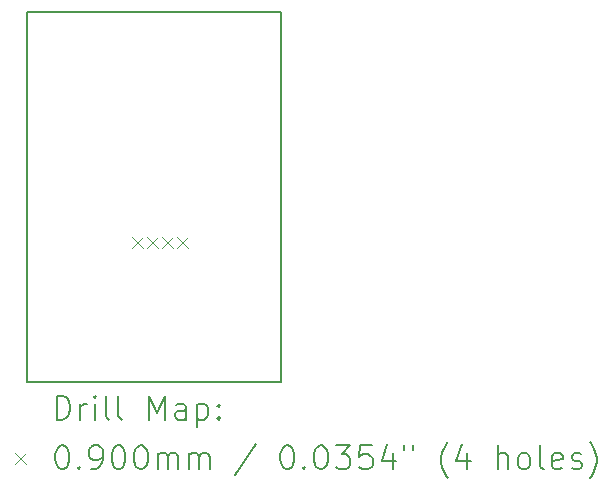
<source format=gbr>
%TF.GenerationSoftware,KiCad,Pcbnew,8.0.6*%
%TF.CreationDate,2025-02-12T13:55:54-05:00*%
%TF.ProjectId,module led,6d6f6475-6c65-4206-9c65-642e6b696361,rev?*%
%TF.SameCoordinates,Original*%
%TF.FileFunction,Drillmap*%
%TF.FilePolarity,Positive*%
%FSLAX45Y45*%
G04 Gerber Fmt 4.5, Leading zero omitted, Abs format (unit mm)*
G04 Created by KiCad (PCBNEW 8.0.6) date 2025-02-12 13:55:54*
%MOMM*%
%LPD*%
G01*
G04 APERTURE LIST*
%ADD10C,0.200000*%
%ADD11C,0.100000*%
G04 APERTURE END LIST*
D10*
X8900000Y-8050000D02*
X11050000Y-8050000D01*
X11050000Y-11175000D01*
X8900000Y-11175000D01*
X8900000Y-8050000D01*
D11*
X9788855Y-9950495D02*
X9878855Y-10040495D01*
X9878855Y-9950495D02*
X9788855Y-10040495D01*
X9915855Y-9950495D02*
X10005855Y-10040495D01*
X10005855Y-9950495D02*
X9915855Y-10040495D01*
X10042855Y-9950495D02*
X10132855Y-10040495D01*
X10132855Y-9950495D02*
X10042855Y-10040495D01*
X10169855Y-9950495D02*
X10259855Y-10040495D01*
X10259855Y-9950495D02*
X10169855Y-10040495D01*
D10*
X9150777Y-11496484D02*
X9150777Y-11296484D01*
X9150777Y-11296484D02*
X9198396Y-11296484D01*
X9198396Y-11296484D02*
X9226967Y-11306008D01*
X9226967Y-11306008D02*
X9246015Y-11325055D01*
X9246015Y-11325055D02*
X9255539Y-11344103D01*
X9255539Y-11344103D02*
X9265063Y-11382198D01*
X9265063Y-11382198D02*
X9265063Y-11410769D01*
X9265063Y-11410769D02*
X9255539Y-11448865D01*
X9255539Y-11448865D02*
X9246015Y-11467912D01*
X9246015Y-11467912D02*
X9226967Y-11486960D01*
X9226967Y-11486960D02*
X9198396Y-11496484D01*
X9198396Y-11496484D02*
X9150777Y-11496484D01*
X9350777Y-11496484D02*
X9350777Y-11363150D01*
X9350777Y-11401246D02*
X9360301Y-11382198D01*
X9360301Y-11382198D02*
X9369824Y-11372674D01*
X9369824Y-11372674D02*
X9388872Y-11363150D01*
X9388872Y-11363150D02*
X9407920Y-11363150D01*
X9474586Y-11496484D02*
X9474586Y-11363150D01*
X9474586Y-11296484D02*
X9465063Y-11306008D01*
X9465063Y-11306008D02*
X9474586Y-11315531D01*
X9474586Y-11315531D02*
X9484110Y-11306008D01*
X9484110Y-11306008D02*
X9474586Y-11296484D01*
X9474586Y-11296484D02*
X9474586Y-11315531D01*
X9598396Y-11496484D02*
X9579348Y-11486960D01*
X9579348Y-11486960D02*
X9569824Y-11467912D01*
X9569824Y-11467912D02*
X9569824Y-11296484D01*
X9703158Y-11496484D02*
X9684110Y-11486960D01*
X9684110Y-11486960D02*
X9674586Y-11467912D01*
X9674586Y-11467912D02*
X9674586Y-11296484D01*
X9931729Y-11496484D02*
X9931729Y-11296484D01*
X9931729Y-11296484D02*
X9998396Y-11439341D01*
X9998396Y-11439341D02*
X10065063Y-11296484D01*
X10065063Y-11296484D02*
X10065063Y-11496484D01*
X10246015Y-11496484D02*
X10246015Y-11391722D01*
X10246015Y-11391722D02*
X10236491Y-11372674D01*
X10236491Y-11372674D02*
X10217444Y-11363150D01*
X10217444Y-11363150D02*
X10179348Y-11363150D01*
X10179348Y-11363150D02*
X10160301Y-11372674D01*
X10246015Y-11486960D02*
X10226967Y-11496484D01*
X10226967Y-11496484D02*
X10179348Y-11496484D01*
X10179348Y-11496484D02*
X10160301Y-11486960D01*
X10160301Y-11486960D02*
X10150777Y-11467912D01*
X10150777Y-11467912D02*
X10150777Y-11448865D01*
X10150777Y-11448865D02*
X10160301Y-11429817D01*
X10160301Y-11429817D02*
X10179348Y-11420293D01*
X10179348Y-11420293D02*
X10226967Y-11420293D01*
X10226967Y-11420293D02*
X10246015Y-11410769D01*
X10341253Y-11363150D02*
X10341253Y-11563150D01*
X10341253Y-11372674D02*
X10360301Y-11363150D01*
X10360301Y-11363150D02*
X10398396Y-11363150D01*
X10398396Y-11363150D02*
X10417444Y-11372674D01*
X10417444Y-11372674D02*
X10426967Y-11382198D01*
X10426967Y-11382198D02*
X10436491Y-11401246D01*
X10436491Y-11401246D02*
X10436491Y-11458388D01*
X10436491Y-11458388D02*
X10426967Y-11477436D01*
X10426967Y-11477436D02*
X10417444Y-11486960D01*
X10417444Y-11486960D02*
X10398396Y-11496484D01*
X10398396Y-11496484D02*
X10360301Y-11496484D01*
X10360301Y-11496484D02*
X10341253Y-11486960D01*
X10522205Y-11477436D02*
X10531729Y-11486960D01*
X10531729Y-11486960D02*
X10522205Y-11496484D01*
X10522205Y-11496484D02*
X10512682Y-11486960D01*
X10512682Y-11486960D02*
X10522205Y-11477436D01*
X10522205Y-11477436D02*
X10522205Y-11496484D01*
X10522205Y-11372674D02*
X10531729Y-11382198D01*
X10531729Y-11382198D02*
X10522205Y-11391722D01*
X10522205Y-11391722D02*
X10512682Y-11382198D01*
X10512682Y-11382198D02*
X10522205Y-11372674D01*
X10522205Y-11372674D02*
X10522205Y-11391722D01*
D11*
X8800000Y-11780000D02*
X8890000Y-11870000D01*
X8890000Y-11780000D02*
X8800000Y-11870000D01*
D10*
X9188872Y-11716484D02*
X9207920Y-11716484D01*
X9207920Y-11716484D02*
X9226967Y-11726008D01*
X9226967Y-11726008D02*
X9236491Y-11735531D01*
X9236491Y-11735531D02*
X9246015Y-11754579D01*
X9246015Y-11754579D02*
X9255539Y-11792674D01*
X9255539Y-11792674D02*
X9255539Y-11840293D01*
X9255539Y-11840293D02*
X9246015Y-11878388D01*
X9246015Y-11878388D02*
X9236491Y-11897436D01*
X9236491Y-11897436D02*
X9226967Y-11906960D01*
X9226967Y-11906960D02*
X9207920Y-11916484D01*
X9207920Y-11916484D02*
X9188872Y-11916484D01*
X9188872Y-11916484D02*
X9169824Y-11906960D01*
X9169824Y-11906960D02*
X9160301Y-11897436D01*
X9160301Y-11897436D02*
X9150777Y-11878388D01*
X9150777Y-11878388D02*
X9141253Y-11840293D01*
X9141253Y-11840293D02*
X9141253Y-11792674D01*
X9141253Y-11792674D02*
X9150777Y-11754579D01*
X9150777Y-11754579D02*
X9160301Y-11735531D01*
X9160301Y-11735531D02*
X9169824Y-11726008D01*
X9169824Y-11726008D02*
X9188872Y-11716484D01*
X9341253Y-11897436D02*
X9350777Y-11906960D01*
X9350777Y-11906960D02*
X9341253Y-11916484D01*
X9341253Y-11916484D02*
X9331729Y-11906960D01*
X9331729Y-11906960D02*
X9341253Y-11897436D01*
X9341253Y-11897436D02*
X9341253Y-11916484D01*
X9446015Y-11916484D02*
X9484110Y-11916484D01*
X9484110Y-11916484D02*
X9503158Y-11906960D01*
X9503158Y-11906960D02*
X9512682Y-11897436D01*
X9512682Y-11897436D02*
X9531729Y-11868865D01*
X9531729Y-11868865D02*
X9541253Y-11830769D01*
X9541253Y-11830769D02*
X9541253Y-11754579D01*
X9541253Y-11754579D02*
X9531729Y-11735531D01*
X9531729Y-11735531D02*
X9522205Y-11726008D01*
X9522205Y-11726008D02*
X9503158Y-11716484D01*
X9503158Y-11716484D02*
X9465063Y-11716484D01*
X9465063Y-11716484D02*
X9446015Y-11726008D01*
X9446015Y-11726008D02*
X9436491Y-11735531D01*
X9436491Y-11735531D02*
X9426967Y-11754579D01*
X9426967Y-11754579D02*
X9426967Y-11802198D01*
X9426967Y-11802198D02*
X9436491Y-11821246D01*
X9436491Y-11821246D02*
X9446015Y-11830769D01*
X9446015Y-11830769D02*
X9465063Y-11840293D01*
X9465063Y-11840293D02*
X9503158Y-11840293D01*
X9503158Y-11840293D02*
X9522205Y-11830769D01*
X9522205Y-11830769D02*
X9531729Y-11821246D01*
X9531729Y-11821246D02*
X9541253Y-11802198D01*
X9665063Y-11716484D02*
X9684110Y-11716484D01*
X9684110Y-11716484D02*
X9703158Y-11726008D01*
X9703158Y-11726008D02*
X9712682Y-11735531D01*
X9712682Y-11735531D02*
X9722205Y-11754579D01*
X9722205Y-11754579D02*
X9731729Y-11792674D01*
X9731729Y-11792674D02*
X9731729Y-11840293D01*
X9731729Y-11840293D02*
X9722205Y-11878388D01*
X9722205Y-11878388D02*
X9712682Y-11897436D01*
X9712682Y-11897436D02*
X9703158Y-11906960D01*
X9703158Y-11906960D02*
X9684110Y-11916484D01*
X9684110Y-11916484D02*
X9665063Y-11916484D01*
X9665063Y-11916484D02*
X9646015Y-11906960D01*
X9646015Y-11906960D02*
X9636491Y-11897436D01*
X9636491Y-11897436D02*
X9626967Y-11878388D01*
X9626967Y-11878388D02*
X9617444Y-11840293D01*
X9617444Y-11840293D02*
X9617444Y-11792674D01*
X9617444Y-11792674D02*
X9626967Y-11754579D01*
X9626967Y-11754579D02*
X9636491Y-11735531D01*
X9636491Y-11735531D02*
X9646015Y-11726008D01*
X9646015Y-11726008D02*
X9665063Y-11716484D01*
X9855539Y-11716484D02*
X9874586Y-11716484D01*
X9874586Y-11716484D02*
X9893634Y-11726008D01*
X9893634Y-11726008D02*
X9903158Y-11735531D01*
X9903158Y-11735531D02*
X9912682Y-11754579D01*
X9912682Y-11754579D02*
X9922205Y-11792674D01*
X9922205Y-11792674D02*
X9922205Y-11840293D01*
X9922205Y-11840293D02*
X9912682Y-11878388D01*
X9912682Y-11878388D02*
X9903158Y-11897436D01*
X9903158Y-11897436D02*
X9893634Y-11906960D01*
X9893634Y-11906960D02*
X9874586Y-11916484D01*
X9874586Y-11916484D02*
X9855539Y-11916484D01*
X9855539Y-11916484D02*
X9836491Y-11906960D01*
X9836491Y-11906960D02*
X9826967Y-11897436D01*
X9826967Y-11897436D02*
X9817444Y-11878388D01*
X9817444Y-11878388D02*
X9807920Y-11840293D01*
X9807920Y-11840293D02*
X9807920Y-11792674D01*
X9807920Y-11792674D02*
X9817444Y-11754579D01*
X9817444Y-11754579D02*
X9826967Y-11735531D01*
X9826967Y-11735531D02*
X9836491Y-11726008D01*
X9836491Y-11726008D02*
X9855539Y-11716484D01*
X10007920Y-11916484D02*
X10007920Y-11783150D01*
X10007920Y-11802198D02*
X10017444Y-11792674D01*
X10017444Y-11792674D02*
X10036491Y-11783150D01*
X10036491Y-11783150D02*
X10065063Y-11783150D01*
X10065063Y-11783150D02*
X10084110Y-11792674D01*
X10084110Y-11792674D02*
X10093634Y-11811722D01*
X10093634Y-11811722D02*
X10093634Y-11916484D01*
X10093634Y-11811722D02*
X10103158Y-11792674D01*
X10103158Y-11792674D02*
X10122205Y-11783150D01*
X10122205Y-11783150D02*
X10150777Y-11783150D01*
X10150777Y-11783150D02*
X10169825Y-11792674D01*
X10169825Y-11792674D02*
X10179348Y-11811722D01*
X10179348Y-11811722D02*
X10179348Y-11916484D01*
X10274586Y-11916484D02*
X10274586Y-11783150D01*
X10274586Y-11802198D02*
X10284110Y-11792674D01*
X10284110Y-11792674D02*
X10303158Y-11783150D01*
X10303158Y-11783150D02*
X10331729Y-11783150D01*
X10331729Y-11783150D02*
X10350777Y-11792674D01*
X10350777Y-11792674D02*
X10360301Y-11811722D01*
X10360301Y-11811722D02*
X10360301Y-11916484D01*
X10360301Y-11811722D02*
X10369825Y-11792674D01*
X10369825Y-11792674D02*
X10388872Y-11783150D01*
X10388872Y-11783150D02*
X10417444Y-11783150D01*
X10417444Y-11783150D02*
X10436491Y-11792674D01*
X10436491Y-11792674D02*
X10446015Y-11811722D01*
X10446015Y-11811722D02*
X10446015Y-11916484D01*
X10836491Y-11706960D02*
X10665063Y-11964103D01*
X11093634Y-11716484D02*
X11112682Y-11716484D01*
X11112682Y-11716484D02*
X11131729Y-11726008D01*
X11131729Y-11726008D02*
X11141253Y-11735531D01*
X11141253Y-11735531D02*
X11150777Y-11754579D01*
X11150777Y-11754579D02*
X11160301Y-11792674D01*
X11160301Y-11792674D02*
X11160301Y-11840293D01*
X11160301Y-11840293D02*
X11150777Y-11878388D01*
X11150777Y-11878388D02*
X11141253Y-11897436D01*
X11141253Y-11897436D02*
X11131729Y-11906960D01*
X11131729Y-11906960D02*
X11112682Y-11916484D01*
X11112682Y-11916484D02*
X11093634Y-11916484D01*
X11093634Y-11916484D02*
X11074587Y-11906960D01*
X11074587Y-11906960D02*
X11065063Y-11897436D01*
X11065063Y-11897436D02*
X11055539Y-11878388D01*
X11055539Y-11878388D02*
X11046015Y-11840293D01*
X11046015Y-11840293D02*
X11046015Y-11792674D01*
X11046015Y-11792674D02*
X11055539Y-11754579D01*
X11055539Y-11754579D02*
X11065063Y-11735531D01*
X11065063Y-11735531D02*
X11074587Y-11726008D01*
X11074587Y-11726008D02*
X11093634Y-11716484D01*
X11246015Y-11897436D02*
X11255539Y-11906960D01*
X11255539Y-11906960D02*
X11246015Y-11916484D01*
X11246015Y-11916484D02*
X11236491Y-11906960D01*
X11236491Y-11906960D02*
X11246015Y-11897436D01*
X11246015Y-11897436D02*
X11246015Y-11916484D01*
X11379348Y-11716484D02*
X11398396Y-11716484D01*
X11398396Y-11716484D02*
X11417444Y-11726008D01*
X11417444Y-11726008D02*
X11426967Y-11735531D01*
X11426967Y-11735531D02*
X11436491Y-11754579D01*
X11436491Y-11754579D02*
X11446015Y-11792674D01*
X11446015Y-11792674D02*
X11446015Y-11840293D01*
X11446015Y-11840293D02*
X11436491Y-11878388D01*
X11436491Y-11878388D02*
X11426967Y-11897436D01*
X11426967Y-11897436D02*
X11417444Y-11906960D01*
X11417444Y-11906960D02*
X11398396Y-11916484D01*
X11398396Y-11916484D02*
X11379348Y-11916484D01*
X11379348Y-11916484D02*
X11360301Y-11906960D01*
X11360301Y-11906960D02*
X11350777Y-11897436D01*
X11350777Y-11897436D02*
X11341253Y-11878388D01*
X11341253Y-11878388D02*
X11331729Y-11840293D01*
X11331729Y-11840293D02*
X11331729Y-11792674D01*
X11331729Y-11792674D02*
X11341253Y-11754579D01*
X11341253Y-11754579D02*
X11350777Y-11735531D01*
X11350777Y-11735531D02*
X11360301Y-11726008D01*
X11360301Y-11726008D02*
X11379348Y-11716484D01*
X11512682Y-11716484D02*
X11636491Y-11716484D01*
X11636491Y-11716484D02*
X11569825Y-11792674D01*
X11569825Y-11792674D02*
X11598396Y-11792674D01*
X11598396Y-11792674D02*
X11617444Y-11802198D01*
X11617444Y-11802198D02*
X11626967Y-11811722D01*
X11626967Y-11811722D02*
X11636491Y-11830769D01*
X11636491Y-11830769D02*
X11636491Y-11878388D01*
X11636491Y-11878388D02*
X11626967Y-11897436D01*
X11626967Y-11897436D02*
X11617444Y-11906960D01*
X11617444Y-11906960D02*
X11598396Y-11916484D01*
X11598396Y-11916484D02*
X11541253Y-11916484D01*
X11541253Y-11916484D02*
X11522206Y-11906960D01*
X11522206Y-11906960D02*
X11512682Y-11897436D01*
X11817444Y-11716484D02*
X11722206Y-11716484D01*
X11722206Y-11716484D02*
X11712682Y-11811722D01*
X11712682Y-11811722D02*
X11722206Y-11802198D01*
X11722206Y-11802198D02*
X11741253Y-11792674D01*
X11741253Y-11792674D02*
X11788872Y-11792674D01*
X11788872Y-11792674D02*
X11807920Y-11802198D01*
X11807920Y-11802198D02*
X11817444Y-11811722D01*
X11817444Y-11811722D02*
X11826967Y-11830769D01*
X11826967Y-11830769D02*
X11826967Y-11878388D01*
X11826967Y-11878388D02*
X11817444Y-11897436D01*
X11817444Y-11897436D02*
X11807920Y-11906960D01*
X11807920Y-11906960D02*
X11788872Y-11916484D01*
X11788872Y-11916484D02*
X11741253Y-11916484D01*
X11741253Y-11916484D02*
X11722206Y-11906960D01*
X11722206Y-11906960D02*
X11712682Y-11897436D01*
X11998396Y-11783150D02*
X11998396Y-11916484D01*
X11950777Y-11706960D02*
X11903158Y-11849817D01*
X11903158Y-11849817D02*
X12026967Y-11849817D01*
X12093634Y-11716484D02*
X12093634Y-11754579D01*
X12169825Y-11716484D02*
X12169825Y-11754579D01*
X12465063Y-11992674D02*
X12455539Y-11983150D01*
X12455539Y-11983150D02*
X12436491Y-11954579D01*
X12436491Y-11954579D02*
X12426968Y-11935531D01*
X12426968Y-11935531D02*
X12417444Y-11906960D01*
X12417444Y-11906960D02*
X12407920Y-11859341D01*
X12407920Y-11859341D02*
X12407920Y-11821246D01*
X12407920Y-11821246D02*
X12417444Y-11773627D01*
X12417444Y-11773627D02*
X12426968Y-11745055D01*
X12426968Y-11745055D02*
X12436491Y-11726008D01*
X12436491Y-11726008D02*
X12455539Y-11697436D01*
X12455539Y-11697436D02*
X12465063Y-11687912D01*
X12626968Y-11783150D02*
X12626968Y-11916484D01*
X12579348Y-11706960D02*
X12531729Y-11849817D01*
X12531729Y-11849817D02*
X12655539Y-11849817D01*
X12884110Y-11916484D02*
X12884110Y-11716484D01*
X12969825Y-11916484D02*
X12969825Y-11811722D01*
X12969825Y-11811722D02*
X12960301Y-11792674D01*
X12960301Y-11792674D02*
X12941253Y-11783150D01*
X12941253Y-11783150D02*
X12912682Y-11783150D01*
X12912682Y-11783150D02*
X12893634Y-11792674D01*
X12893634Y-11792674D02*
X12884110Y-11802198D01*
X13093634Y-11916484D02*
X13074587Y-11906960D01*
X13074587Y-11906960D02*
X13065063Y-11897436D01*
X13065063Y-11897436D02*
X13055539Y-11878388D01*
X13055539Y-11878388D02*
X13055539Y-11821246D01*
X13055539Y-11821246D02*
X13065063Y-11802198D01*
X13065063Y-11802198D02*
X13074587Y-11792674D01*
X13074587Y-11792674D02*
X13093634Y-11783150D01*
X13093634Y-11783150D02*
X13122206Y-11783150D01*
X13122206Y-11783150D02*
X13141253Y-11792674D01*
X13141253Y-11792674D02*
X13150777Y-11802198D01*
X13150777Y-11802198D02*
X13160301Y-11821246D01*
X13160301Y-11821246D02*
X13160301Y-11878388D01*
X13160301Y-11878388D02*
X13150777Y-11897436D01*
X13150777Y-11897436D02*
X13141253Y-11906960D01*
X13141253Y-11906960D02*
X13122206Y-11916484D01*
X13122206Y-11916484D02*
X13093634Y-11916484D01*
X13274587Y-11916484D02*
X13255539Y-11906960D01*
X13255539Y-11906960D02*
X13246015Y-11887912D01*
X13246015Y-11887912D02*
X13246015Y-11716484D01*
X13426968Y-11906960D02*
X13407920Y-11916484D01*
X13407920Y-11916484D02*
X13369825Y-11916484D01*
X13369825Y-11916484D02*
X13350777Y-11906960D01*
X13350777Y-11906960D02*
X13341253Y-11887912D01*
X13341253Y-11887912D02*
X13341253Y-11811722D01*
X13341253Y-11811722D02*
X13350777Y-11792674D01*
X13350777Y-11792674D02*
X13369825Y-11783150D01*
X13369825Y-11783150D02*
X13407920Y-11783150D01*
X13407920Y-11783150D02*
X13426968Y-11792674D01*
X13426968Y-11792674D02*
X13436491Y-11811722D01*
X13436491Y-11811722D02*
X13436491Y-11830769D01*
X13436491Y-11830769D02*
X13341253Y-11849817D01*
X13512682Y-11906960D02*
X13531730Y-11916484D01*
X13531730Y-11916484D02*
X13569825Y-11916484D01*
X13569825Y-11916484D02*
X13588872Y-11906960D01*
X13588872Y-11906960D02*
X13598396Y-11887912D01*
X13598396Y-11887912D02*
X13598396Y-11878388D01*
X13598396Y-11878388D02*
X13588872Y-11859341D01*
X13588872Y-11859341D02*
X13569825Y-11849817D01*
X13569825Y-11849817D02*
X13541253Y-11849817D01*
X13541253Y-11849817D02*
X13522206Y-11840293D01*
X13522206Y-11840293D02*
X13512682Y-11821246D01*
X13512682Y-11821246D02*
X13512682Y-11811722D01*
X13512682Y-11811722D02*
X13522206Y-11792674D01*
X13522206Y-11792674D02*
X13541253Y-11783150D01*
X13541253Y-11783150D02*
X13569825Y-11783150D01*
X13569825Y-11783150D02*
X13588872Y-11792674D01*
X13665063Y-11992674D02*
X13674587Y-11983150D01*
X13674587Y-11983150D02*
X13693634Y-11954579D01*
X13693634Y-11954579D02*
X13703158Y-11935531D01*
X13703158Y-11935531D02*
X13712682Y-11906960D01*
X13712682Y-11906960D02*
X13722206Y-11859341D01*
X13722206Y-11859341D02*
X13722206Y-11821246D01*
X13722206Y-11821246D02*
X13712682Y-11773627D01*
X13712682Y-11773627D02*
X13703158Y-11745055D01*
X13703158Y-11745055D02*
X13693634Y-11726008D01*
X13693634Y-11726008D02*
X13674587Y-11697436D01*
X13674587Y-11697436D02*
X13665063Y-11687912D01*
M02*

</source>
